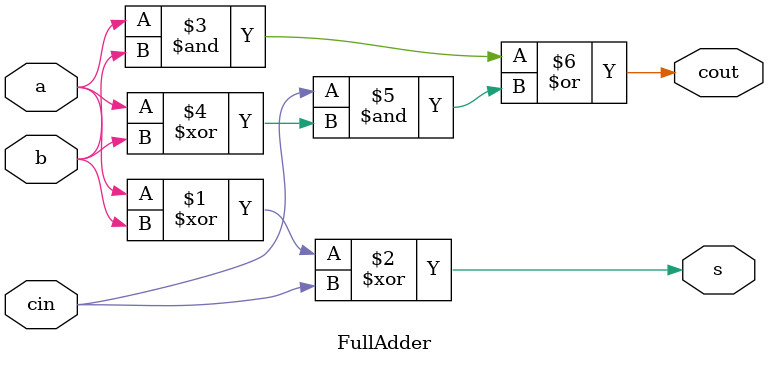
<source format=v>
module FullAdder (
    input a,
    input b,
    input cin,
    output s,
    output cout,
);
    
    assign s = a ^ b ^ cin;
    assign cout = (a & b) | (cin & (a ^ b));

endmodule

</source>
